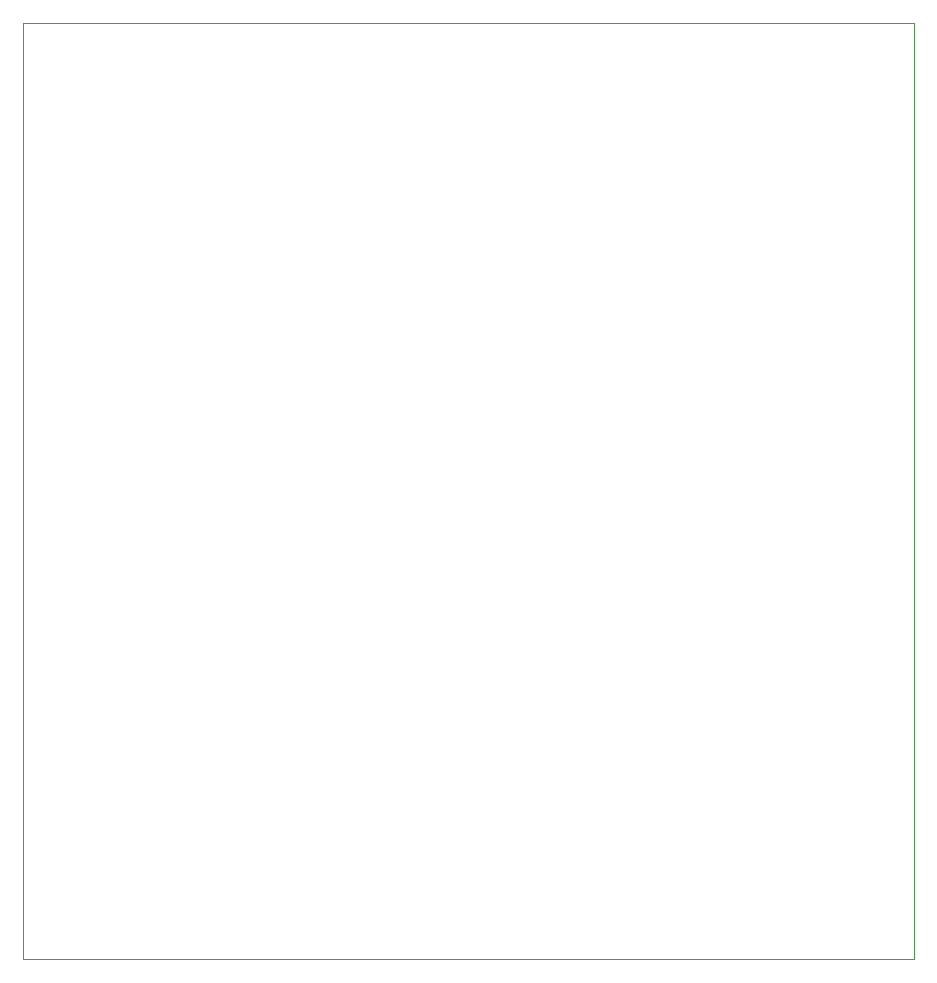
<source format=gm1>
G04 #@! TF.GenerationSoftware,KiCad,Pcbnew,8.0.8*
G04 #@! TF.CreationDate,2025-04-08T21:38:23+05:30*
G04 #@! TF.ProjectId,kaage_pi,6b616167-655f-4706-992e-6b696361645f,rev?*
G04 #@! TF.SameCoordinates,Original*
G04 #@! TF.FileFunction,Profile,NP*
%FSLAX46Y46*%
G04 Gerber Fmt 4.6, Leading zero omitted, Abs format (unit mm)*
G04 Created by KiCad (PCBNEW 8.0.8) date 2025-04-08 21:38:23*
%MOMM*%
%LPD*%
G01*
G04 APERTURE LIST*
G04 #@! TA.AperFunction,Profile*
%ADD10C,0.050000*%
G04 #@! TD*
G04 APERTURE END LIST*
D10*
X113000000Y-129000000D02*
X113000000Y-49750000D01*
X188500000Y-49750000D02*
X188500000Y-129000000D01*
X113000000Y-49750000D02*
X188500000Y-49750000D01*
X188500000Y-129000000D02*
X113000000Y-129000000D01*
M02*

</source>
